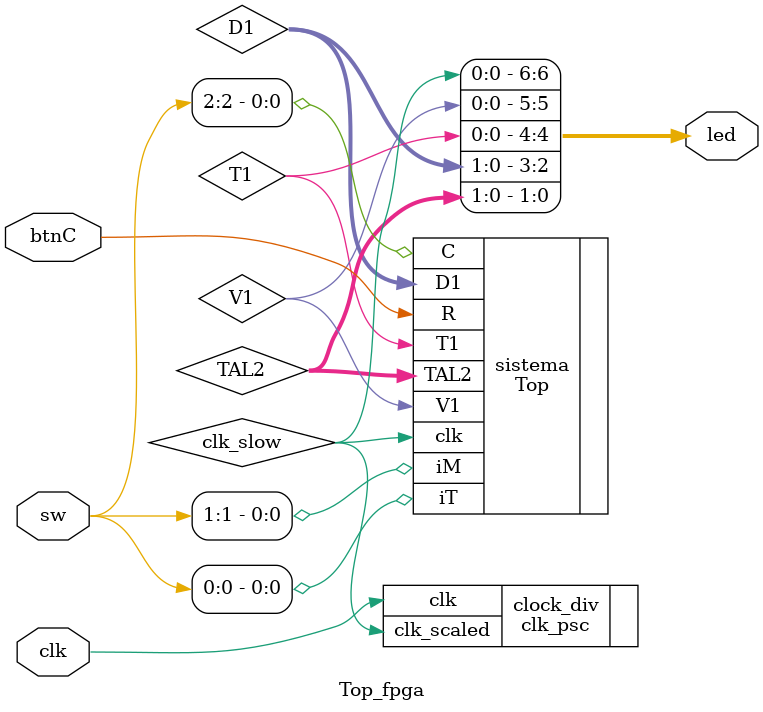
<source format=sv>
`timescale 1ns / 1ps

module Top_fpga(
    input  logic clk,        // reloj físico
    input  logic btnC,       // reset
    input  logic [2:0] sw,   // sw[0] = iT, sw[1] = iM, sw[2] = C
    output logic [6:0] led   // leds 0-6
);
    logic clk_slow;
    logic T1, V1;
    logic [1:0] D1, TAL2;

    clk_psc clock_div (
        .clk(clk),
        .clk_scaled(clk_slow)
    );

    Top sistema (
        .clk(clk_slow),
        .R(btnC),
        .iT(sw[0]),
        .iM(sw[1]),
        .C(sw[2]),
        .T1(T1),
        .V1(V1),
        .D1(D1),
        .TAL2(TAL2)
    );

    // LD6 = clk lento
    // LD0-1 = TAL2 (talanquera)
    // LD2-3 = D1   (dinero)
    // LD4   = T1   (ticket detectado)
    // LD5   = V1   (ticket validado)
    assign led[6]   = clk_slow;
    assign led[1:0] = TAL2;
    assign led[3:2] = D1;
    assign led[4]   = T1;
    assign led[5]   = V1;

endmodule

</source>
